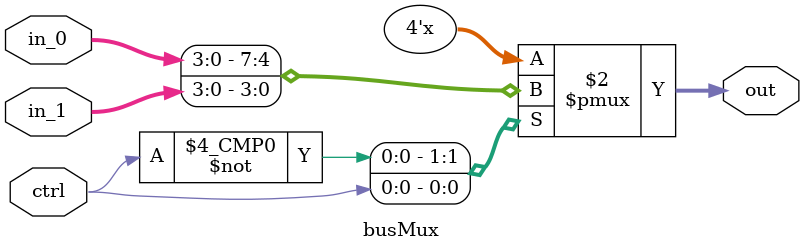
<source format=v>
module busMux(ctrl,in_0,in_1,out);
	input ctrl;
	input [3:0]in_0;
	input [3:0]in_1;
	output reg [3:0]out;
	always @(in_0 or in_1 or out)
		case(ctrl)
			0: out=in_0;
			1: out=in_1;
		endcase
endmodule
</source>
